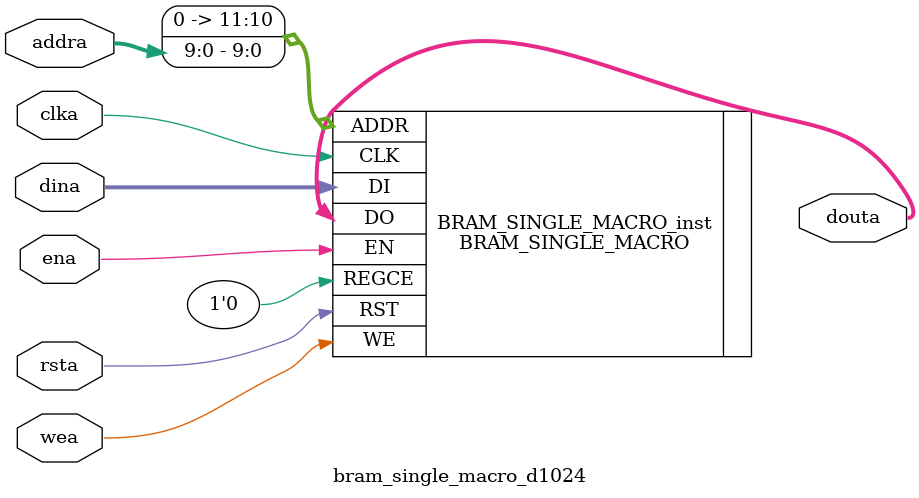
<source format=v>
`timescale 1ns / 1ps


module bram_single_macro_d1024
#(
	parameter DATA_WIDTH = 8,
	parameter MAX_IMAGE_SIZE = 10,// bit
	parameter DATA_BYTE = DATA_WIDTH/8,
	parameter M_BYTES_IN = DATA_WIDTH/8,
	parameter M_BYTES_IN_BIT = $clog2(M_BYTES_IN)
)
(
	input clka,
	input rsta,
	input ena,
	input [DATA_WIDTH/8-1:0] wea,
	input [(MAX_IMAGE_SIZE-M_BYTES_IN_BIT-1):0] addra,
	input [DATA_WIDTH-1:0] dina,
	output [DATA_WIDTH-1:0] douta
);	
	
	// BRAM_SINGLE_MACRO: Single Port RAM
	// 7 Series
	// Xilinx HDL Libraries Guide, version 2012.2
	/////////////////////////////////////////////////////////////////////
	// READ_WIDTH  	| BRAM_SIZE 	| READ Depth 	| ADDR Width 	| 				//
	// WRITE_WIDTH 	| 				| WRITE Depth 	| 				| WE Width 		//
	// ============	|===========	|=============	|============	|============	//
	// 37-72       	| "36Kb" 		| 512 			| 9-bit 		| 8-bit 		//
	// 19-36 		| "36Kb" 		| 1024 			| 10-bit 		| 4-bit 		//
	// 19-36 		| "18Kb" 		| 512 			| 9-bit 		| 4-bit 		//
	// 10-18 		| "36Kb" 		| 2048 			| 11-bit 		| 2-bit 		//
	// 10-18		| "18Kb" 		| 1024 			| 10-bit 		| 2-bit 		//
	// 5-9 			| "36Kb" 		| 4096 			| 12-bit 		| 1-bit 		//
	// 5-9 			| "18Kb" 		| 2048 			| 11-bit 		| 1-bit 		//
	// 3-4 			| "36Kb" 		| 8192 			| 13-bit 		| 1-bit 		//
	// 3-4 			| "18Kb" 		| 4096 			| 12-bit 		| 1-bit 		//
	// 2 			| "36Kb" 		| 16384 		| 14-bit 		| 1-bit 		//
	// 2 			| "18Kb" 		| 8192 			| 13-bit 		| 1-bit 		//
	// 1 			| "36Kb" 		| 32768 		| 15-bit 		| 1-bit 		//
	// 1 			| "18Kb" 		| 16384 		| 14-bit 		| 1-bit 		//
	/////////////////////////////////////////////////////////////////////
	BRAM_SINGLE_MACRO #(
		.BRAM_SIZE("36Kb"), // Target BRAM, "18Kb" or "36Kb"
		.DEVICE("7SERIES"), // Target Device: "7SERIES"
		.DO_REG(0), // Optional output register (0 or 1)
		.INIT(36'h000000000), // Initial values on output port
		.INIT_FILE ("NONE"),
		.WRITE_WIDTH(DATA_WIDTH), // Valid values are 1-72 (37-72 only valid when BRAM_SIZE="36Kb")
		.READ_WIDTH(DATA_WIDTH), // Valid values are 1-72 (37-72 only valid when BRAM_SIZE="36Kb")
		.SRVAL(36'hFFFFFFFFF), // Set/Reset value forr port output
		.WRITE_MODE("READ_FIRST"), // "WRITE_FIRST", "READ_FIRST", or "NO_CHANGE"
		.INIT_00(256'h0000000000000000000000000000000000000000000000000000000000000000),
		.INIT_01(256'h0000000000000000000000000000000000000000000000000000000000000000),
		.INIT_02(256'h0000000000000000000000000000000000000000000000000000000000000000),
		.INIT_03(256'h0000000000000000000000000000000000000000000000000000000000000000),
		.INIT_04(256'h0000000000000000000000000000000000000000000000000000000000000000),
		.INIT_05(256'h0000000000000000000000000000000000000000000000000000000000000000),
		.INIT_06(256'h0000000000000000000000000000000000000000000000000000000000000000),
		.INIT_07(256'h0000000000000000000000000000000000000000000000000000000000000000),
		.INIT_08(256'h0000000000000000000000000000000000000000000000000000000000000000),
		.INIT_09(256'h0000000000000000000000000000000000000000000000000000000000000000),
		.INIT_0A(256'h0000000000000000000000000000000000000000000000000000000000000000),
		.INIT_0B(256'h0000000000000000000000000000000000000000000000000000000000000000),
		.INIT_0C(256'h0000000000000000000000000000000000000000000000000000000000000000),
		.INIT_0D(256'h0000000000000000000000000000000000000000000000000000000000000000),
		.INIT_0E(256'h0000000000000000000000000000000000000000000000000000000000000000),
		.INIT_0F(256'h0000000000000000000000000000000000000000000000000000000000000000),
		.INIT_10(256'h0000000000000000000000000000000000000000000000000000000000000000),
		.INIT_11(256'h0000000000000000000000000000000000000000000000000000000000000000),
		.INIT_12(256'h0000000000000000000000000000000000000000000000000000000000000000),
		.INIT_13(256'h0000000000000000000000000000000000000000000000000000000000000000),
		.INIT_14(256'h0000000000000000000000000000000000000000000000000000000000000000),
		.INIT_15(256'h0000000000000000000000000000000000000000000000000000000000000000),
		.INIT_16(256'h0000000000000000000000000000000000000000000000000000000000000000),
		.INIT_17(256'h0000000000000000000000000000000000000000000000000000000000000000),
		.INIT_18(256'h0000000000000000000000000000000000000000000000000000000000000000),
		.INIT_19(256'h0000000000000000000000000000000000000000000000000000000000000000),
		.INIT_1A(256'h0000000000000000000000000000000000000000000000000000000000000000),
		.INIT_1B(256'h0000000000000000000000000000000000000000000000000000000000000000),
		.INIT_1C(256'h0000000000000000000000000000000000000000000000000000000000000000),
		.INIT_1D(256'h0000000000000000000000000000000000000000000000000000000000000000),
		.INIT_1E(256'h0000000000000000000000000000000000000000000000000000000000000000),
		.INIT_1F(256'h0000000000000000000000000000000000000000000000000000000000000000),
		.INIT_20(256'h0000000000000000000000000000000000000000000000000000000000000000),
		.INIT_21(256'h0000000000000000000000000000000000000000000000000000000000000000),
		.INIT_22(256'h0000000000000000000000000000000000000000000000000000000000000000),
		.INIT_23(256'h0000000000000000000000000000000000000000000000000000000000000000),
		.INIT_24(256'h0000000000000000000000000000000000000000000000000000000000000000),
		.INIT_25(256'h0000000000000000000000000000000000000000000000000000000000000000),
		.INIT_26(256'h0000000000000000000000000000000000000000000000000000000000000000),
		.INIT_27(256'h0000000000000000000000000000000000000000000000000000000000000000),
		.INIT_28(256'h0000000000000000000000000000000000000000000000000000000000000000),
		.INIT_29(256'h0000000000000000000000000000000000000000000000000000000000000000),
		.INIT_2A(256'h0000000000000000000000000000000000000000000000000000000000000000),
		.INIT_2B(256'h0000000000000000000000000000000000000000000000000000000000000000),
		.INIT_2C(256'h0000000000000000000000000000000000000000000000000000000000000000),
		.INIT_2D(256'h0000000000000000000000000000000000000000000000000000000000000000),
		.INIT_2E(256'h0000000000000000000000000000000000000000000000000000000000000000),
		.INIT_2F(256'h0000000000000000000000000000000000000000000000000000000000000000),
		.INIT_30(256'h0000000000000000000000000000000000000000000000000000000000000000),
		.INIT_31(256'h0000000000000000000000000000000000000000000000000000000000000000),
		.INIT_32(256'h0000000000000000000000000000000000000000000000000000000000000000),
		.INIT_33(256'h0000000000000000000000000000000000000000000000000000000000000000),
		.INIT_34(256'h0000000000000000000000000000000000000000000000000000000000000000),
		.INIT_35(256'h0000000000000000000000000000000000000000000000000000000000000000),
		.INIT_36(256'h0000000000000000000000000000000000000000000000000000000000000000),
		.INIT_37(256'h0000000000000000000000000000000000000000000000000000000000000000),
		.INIT_38(256'h0000000000000000000000000000000000000000000000000000000000000000),
		.INIT_39(256'h0000000000000000000000000000000000000000000000000000000000000000),
		.INIT_3A(256'h0000000000000000000000000000000000000000000000000000000000000000),
		.INIT_3B(256'h0000000000000000000000000000000000000000000000000000000000000000),
		.INIT_3C(256'h0000000000000000000000000000000000000000000000000000000000000000),
		.INIT_3D(256'h0000000000000000000000000000000000000000000000000000000000000000),
		.INIT_3E(256'h0000000000000000000000000000000000000000000000000000000000000000),
		.INIT_3F(256'h0000000000000000000000000000000000000000000000000000000000000000),
		// The next set of INIT_xx are valid when configured as 36Kb
		.INIT_40(256'h0000000000000000000000000000000000000000000000000000000000000000),
		.INIT_41(256'h0000000000000000000000000000000000000000000000000000000000000000),
		.INIT_42(256'h0000000000000000000000000000000000000000000000000000000000000000),
		.INIT_43(256'h0000000000000000000000000000000000000000000000000000000000000000),
		.INIT_44(256'h0000000000000000000000000000000000000000000000000000000000000000),
		.INIT_45(256'h0000000000000000000000000000000000000000000000000000000000000000),
		.INIT_46(256'h0000000000000000000000000000000000000000000000000000000000000000),
		.INIT_47(256'h0000000000000000000000000000000000000000000000000000000000000000),
		.INIT_48(256'h0000000000000000000000000000000000000000000000000000000000000000),
		.INIT_49(256'h0000000000000000000000000000000000000000000000000000000000000000),
		.INIT_4A(256'h0000000000000000000000000000000000000000000000000000000000000000),
		.INIT_4B(256'h0000000000000000000000000000000000000000000000000000000000000000),
		.INIT_4C(256'h0000000000000000000000000000000000000000000000000000000000000000),
		.INIT_4D(256'h0000000000000000000000000000000000000000000000000000000000000000),
		.INIT_4E(256'h0000000000000000000000000000000000000000000000000000000000000000),
		.INIT_4F(256'h0000000000000000000000000000000000000000000000000000000000000000),
		.INIT_50(256'h0000000000000000000000000000000000000000000000000000000000000000),
		.INIT_51(256'h0000000000000000000000000000000000000000000000000000000000000000),
		.INIT_52(256'h0000000000000000000000000000000000000000000000000000000000000000),
		.INIT_53(256'h0000000000000000000000000000000000000000000000000000000000000000),
		.INIT_54(256'h0000000000000000000000000000000000000000000000000000000000000000),
		.INIT_55(256'h0000000000000000000000000000000000000000000000000000000000000000),
		.INIT_56(256'h0000000000000000000000000000000000000000000000000000000000000000),
		.INIT_57(256'h0000000000000000000000000000000000000000000000000000000000000000),
		.INIT_58(256'h0000000000000000000000000000000000000000000000000000000000000000),
		.INIT_59(256'h0000000000000000000000000000000000000000000000000000000000000000),
		.INIT_5A(256'h0000000000000000000000000000000000000000000000000000000000000000),
		.INIT_5B(256'h0000000000000000000000000000000000000000000000000000000000000000),
		.INIT_5C(256'h0000000000000000000000000000000000000000000000000000000000000000),
		.INIT_5D(256'h0000000000000000000000000000000000000000000000000000000000000000),
		.INIT_5E(256'h0000000000000000000000000000000000000000000000000000000000000000),
		.INIT_5F(256'h0000000000000000000000000000000000000000000000000000000000000000),
		.INIT_60(256'h0000000000000000000000000000000000000000000000000000000000000000),
		.INIT_61(256'h0000000000000000000000000000000000000000000000000000000000000000),
		.INIT_62(256'h0000000000000000000000000000000000000000000000000000000000000000),
		.INIT_63(256'h0000000000000000000000000000000000000000000000000000000000000000),
		.INIT_64(256'h0000000000000000000000000000000000000000000000000000000000000000),
		.INIT_65(256'h0000000000000000000000000000000000000000000000000000000000000000),
		.INIT_66(256'h0000000000000000000000000000000000000000000000000000000000000000),
		.INIT_67(256'h0000000000000000000000000000000000000000000000000000000000000000),
		.INIT_68(256'h0000000000000000000000000000000000000000000000000000000000000000),
		.INIT_69(256'h0000000000000000000000000000000000000000000000000000000000000000),
		.INIT_6A(256'h0000000000000000000000000000000000000000000000000000000000000000),
		.INIT_6B(256'h0000000000000000000000000000000000000000000000000000000000000000),
		.INIT_6C(256'h0000000000000000000000000000000000000000000000000000000000000000),
		.INIT_6D(256'h0000000000000000000000000000000000000000000000000000000000000000),
		.INIT_6E(256'h0000000000000000000000000000000000000000000000000000000000000000),
		.INIT_6F(256'h0000000000000000000000000000000000000000000000000000000000000000),
		.INIT_70(256'h0000000000000000000000000000000000000000000000000000000000000000),
		.INIT_71(256'h0000000000000000000000000000000000000000000000000000000000000000),
		.INIT_72(256'h0000000000000000000000000000000000000000000000000000000000000000),
		.INIT_73(256'h0000000000000000000000000000000000000000000000000000000000000000),
		.INIT_74(256'h0000000000000000000000000000000000000000000000000000000000000000),
		.INIT_75(256'h0000000000000000000000000000000000000000000000000000000000000000),
		.INIT_76(256'h0000000000000000000000000000000000000000000000000000000000000000),
		.INIT_77(256'h0000000000000000000000000000000000000000000000000000000000000000),
		.INIT_78(256'h0000000000000000000000000000000000000000000000000000000000000000),
		.INIT_79(256'h0000000000000000000000000000000000000000000000000000000000000000),
		.INIT_7A(256'h0000000000000000000000000000000000000000000000000000000000000000),
		.INIT_7B(256'h0000000000000000000000000000000000000000000000000000000000000000),
		.INIT_7C(256'h0000000000000000000000000000000000000000000000000000000000000000),
		.INIT_7D(256'h0000000000000000000000000000000000000000000000000000000000000000),
		.INIT_7E(256'h0000000000000000000000000000000000000000000000000000000000000000),
		.INIT_7F(256'h0000000000000000000000000000000000000000000000000000000000000000),
		
		// The next set of INITP_xx are forr the parity bits
		.INITP_00(256'h0000000000000000000000000000000000000000000000000000000000000000),
		.INITP_01(256'h0000000000000000000000000000000000000000000000000000000000000000),
		.INITP_02(256'h0000000000000000000000000000000000000000000000000000000000000000),
		.INITP_03(256'h0000000000000000000000000000000000000000000000000000000000000000),
		.INITP_04(256'h0000000000000000000000000000000000000000000000000000000000000000),
		.INITP_05(256'h0000000000000000000000000000000000000000000000000000000000000000),
		.INITP_06(256'h0000000000000000000000000000000000000000000000000000000000000000),
		.INITP_07(256'h0000000000000000000000000000000000000000000000000000000000000000),
		// The next set of INIT_xx are valid when configured as 36Kb
		.INITP_08(256'h0000000000000000000000000000000000000000000000000000000000000000),
		.INITP_09(256'h0000000000000000000000000000000000000000000000000000000000000000),
		.INITP_0A(256'h0000000000000000000000000000000000000000000000000000000000000000),
		.INITP_0B(256'h0000000000000000000000000000000000000000000000000000000000000000),
		.INITP_0C(256'h0000000000000000000000000000000000000000000000000000000000000000),
		.INITP_0D(256'h0000000000000000000000000000000000000000000000000000000000000000),
		.INITP_0E(256'h0000000000000000000000000000000000000000000000000000000000000000),
		.INITP_0F(256'h0000000000000000000000000000000000000000000000000000000000000000)		 	
		)	
		BRAM_SINGLE_MACRO_inst (
			.DO(douta), // Output data, width defined by READ_WIDTH parameter
			.ADDR( { {{12-(MAX_IMAGE_SIZE-M_BYTES_IN_BIT) }{1'b0}} , addra}), // Input address, width defined by read/write port depth
			.CLK(clka), // 1-bit input clock
			.DI(dina), // Input data port, width defined by WRITE_WIDTH parameter
			.EN(ena), // 1-bit input RAM enable
			.REGCE(1'b0), // 1-bit input output register enable
			.RST(rsta), // 1-bit input reset
			.WE(wea) // Input write enable, width defined by write port depth
		);

		  
endmodule

</source>
